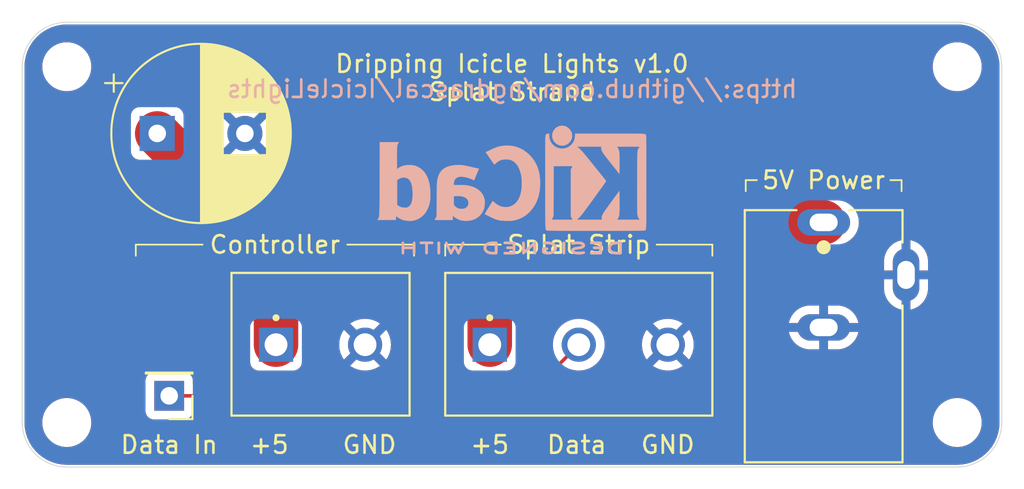
<source format=kicad_pcb>
(kicad_pcb (version 20240108) (generator "pcbnew") (generator_version "8.0")
  (layers (0 "F.Cu" signal) (31 "B.Cu" signal) (34 "B.Paste" user) (35 "F.Paste" user) (36 "B.SilkS" user "B.Silkscreen") (37 "F.SilkS" user "F.Silkscreen") (38 "B.Mask" user) (39 "F.Mask" user) (44 "Edge.Cuts" user))
  (net 0 "")
  (net 1 "/Data")
  (net 2 "+5V")
  (net 3 "GND")
  (footprint "Capacitor_THT:CP_Radial_D10.0mm_P5.00mm" (layer "F.Cu") (at 132.16 95.25)
    (property "Reference" "C1" (hide yes))
    (property "Value" "1000uf" (hide yes))
    (pad "1" thru_hole rect (at 0 0) (size 2 2) (drill 1) (layers "*.Cu" "*.Mask") (net 2 "+5V"))
    (pad "2" thru_hole circle (at 5 0) (size 2 2) (drill 1) (layers "*.Cu" "*.Mask") (net 3 "GND"))
  )
  (footprint "" (layer "F.Cu") (at 127 111.76 90)
    (property "Reference" "" (at -2.54 15.875 90) (layer "F.SilkS") (effects (font (size 1.27 1.27))))
    (property "Value" "")
    (pad "" np_thru_hole circle (at 0 0 90) (size 2.5 2.5) (drill 2.54) (layers "F&B.Cu" "*.Mask"))
  )
  (footprint "MyTerminalBlock:CUI_PJ-102B" (layer "F.Cu") (at 170.18 106.83 -90)
    (property "Reference" "J1" (hide yes))
    (property "Value" "PJ-102B" (hide yes))
    (pad "1" thru_hole oval (at -6.5 0 270) (size 1.508 3.016) (drill oval 1 1.6) (layers "*.Cu" "*.Mask") (net 2 "+5V"))
    (pad "2" thru_hole oval (at -0.5 0 270) (size 1.508 3.016) (drill oval 1 1.6) (layers "*.Cu" "*.Mask") (net 3 "GND"))
    (pad "3" thru_hole oval (at -3.5 -4.7 270) (size 3.016 1.508) (drill oval 1.6 1) (layers "*.Cu" "*.Mask") (net 3 "GND"))
  )
  (footprint "MyTerminalBlock:PHOENIX - TERM BLK 3P SIDE ENT 5.08MM PCB" (layer "F.Cu") (at 148.59 111.365)
    (property "Reference" "J3" (hide yes))
    (property "Value" "Screw_Terminal_01x03" (hide yes))
    (pad "1" thru_hole rect (at 2.54 -4.05) (size 1.95 1.95) (drill 1.3) (layers "*.Cu" "*.Mask") (net 2 "+5V"))
    (pad "2" thru_hole circle (at 7.62 -4.05) (size 1.95 1.95) (drill 1.3) (layers "*.Cu" "*.Mask") (net 1 "/Data"))
    (pad "3" thru_hole circle (at 12.7 -4.05) (size 1.95 1.95) (drill 1.3) (layers "*.Cu" "*.Mask") (net 3 "GND"))
  )
  (footprint "" (layer "F.Cu") (at 127 91.44 90)
    (property "Reference" "" (at 0 0 90) (layer "F.SilkS") (effects (font (size 1.27 1.27))))
    (property "Value" "")
    (pad "" np_thru_hole circle (at 0 0 90) (size 2.5 2.5) (drill 2.54) (layers "F&B.Cu" "*.Mask"))
  )
  (footprint "Connector_PinHeader_2.54mm:PinHeader_1x01_P2.54mm_Vertical" (layer "F.Cu") (at 132.842 110.236 180)
    (property "Reference" "J2" (hide yes))
    (property "Value" "Conn_01x01_Pin" (hide yes))
    (pad "1" thru_hole rect (at 0 0 180) (size 1.7 1.7) (drill 1) (layers "*.Cu" "*.Mask") (net 1 "/Data"))
  )
  (footprint "" (layer "F.Cu") (at 177.8 111.76 90)
    (property "Reference" "" (at 0 0 90) (layer "F.SilkS") (effects (font (size 1.27 1.27))))
    (property "Value" "")
    (pad "" np_thru_hole circle (at 0 0 90) (size 2.5 2.5) (drill 2.54) (layers "F&B.Cu" "*.Mask"))
  )
  (footprint "MyTerminalBlock:PHOENIX - TERM BLK 2P SIDE ENT 5.08MM PCB" (layer "F.Cu") (at 136.397 111.365)
    (property "Reference" "J4" (hide yes))
    (property "Value" "Screw_Terminal_01x02" (hide yes))
    (pad "1" thru_hole rect (at 2.54 -4.05) (size 1.95 1.95) (drill 1.3) (layers "*.Cu" "*.Mask") (net 2 "+5V"))
    (pad "2" thru_hole circle (at 7.62 -4.05) (size 1.95 1.95) (drill 1.3) (layers "*.Cu" "*.Mask") (net 3 "GND"))
  )
  (footprint "" (layer "F.Cu") (at 177.8 91.44 90)
    (property "Reference" "" (at 0 0 90) (layer "F.SilkS") (effects (font (size 1.27 1.27))))
    (property "Value" "")
    (pad "" np_thru_hole circle (at 0 0 90) (size 2.5 2.5) (drill 2.54) (layers "F&B.Cu" "*.Mask"))
  )
  (footprint "Symbol:KiCad-Logo2_6mm_SilkScreen" (layer "B.Cu") (at 152.4 97.79 180)
    (property "Reference" "REF**" (hide yes))
    (property "Value" "KiCad-Logo2_6mm_SilkScreen" (hide yes))
  )
  (gr_line (start 174.625 98.552) (end 174.625 97.917) (stroke (width 0.1)) (layer "F.SilkS"))
  (gr_line (start 148.59 102.235) (end 148.59 101.6) (stroke (width 0.1)) (layer "F.SilkS"))
  (gr_line (start 146.812 101.6) (end 143.002 101.6) (stroke (width 0.1)) (layer "F.SilkS"))
  (gr_line (start 148.59 101.6) (end 151.765 101.6) (stroke (width 0.1)) (layer "F.SilkS"))
  (gr_line (start 174.625 97.917) (end 173.99 97.917) (stroke (width 0.1)) (layer "F.SilkS"))
  (gr_line (start 165.735 97.917) (end 166.37 97.917) (stroke (width 0.1)) (layer "F.SilkS"))
  (gr_line (start 163.83 102.235) (end 163.83 101.6) (stroke (width 0.1)) (layer "F.SilkS"))
  (gr_line (start 146.812 102.235) (end 146.812 101.6) (stroke (width 0.1)) (layer "F.SilkS"))
  (gr_line (start 130.937 101.6) (end 130.937 102.235) (stroke (width 0.1)) (layer "F.SilkS"))
  (gr_line (start 165.735 98.552) (end 165.735 97.917) (stroke (width 0.1)) (layer "F.SilkS"))
  (gr_line (start 130.937 101.6) (end 134.747 101.6) (stroke (width 0.1)) (layer "F.SilkS"))
  (gr_line (start 163.83 101.6) (end 160.655 101.6) (stroke (width 0.1)) (layer "F.SilkS"))
  (gr_arc (start 177.8 88.9) (mid 179.596051 89.643949) (end 180.34 91.44) (stroke (width 0.05)) (layer "Edge.Cuts"))
  (gr_line (start 127 88.9) (end 177.8 88.9) (stroke (width 0.05)) (layer "Edge.Cuts"))
  (gr_arc (start 124.46 91.44) (mid 125.203949 89.643949) (end 127 88.9) (stroke (width 0.05)) (layer "Edge.Cuts"))
  (gr_arc (start 180.34 111.76) (mid 179.596051 113.556051) (end 177.8 114.3) (stroke (width 0.05)) (layer "Edge.Cuts"))
  (gr_arc (start 127 114.3) (mid 125.203949 113.556051) (end 124.46 111.76) (stroke (width 0.05)) (layer "Edge.Cuts"))
  (gr_line (start 124.46 111.76) (end 124.46 91.44) (stroke (width 0.05)) (layer "Edge.Cuts"))
  (gr_line (start 180.34 91.44) (end 180.34 111.76) (stroke (width 0.05)) (layer "Edge.Cuts"))
  (gr_line (start 177.8 114.3) (end 127 114.3) (stroke (width 0.05)) (layer "Edge.Cuts"))
  (gr_text "https://github.com/ngdrascal/IcicleLights" (at 152.4 92.71 0) (layer "B.SilkS") (effects (font (size 1 1)) (justify mirror)))
  (gr_text "+5" (at 138.557 113.03 0) (layer "F.SilkS") (effects (font (size 1 1))))
  (gr_text "Controller" (at 138.8745 101.6 0) (layer "F.SilkS") (effects (font (size 1 1))))
  (gr_text "Data" (at 154.305 113.03 0) (layer "F.SilkS") (effects (font (size 1 1)) (justify left)))
  (gr_text "GND" (at 144.272 113.03 0) (layer "F.SilkS") (effects (font (size 1 1))))
  (gr_text "5V Power" (at 170.18 97.917 0) (layer "F.SilkS") (effects (font (size 1 1))))
  (gr_text "+5" (at 151.13 113.03 0) (layer "F.SilkS") (effects (font (size 1 1))))
  (gr_text "GND" (at 161.29 113.03 0) (layer "F.SilkS") (effects (font (size 1 1))))
  (gr_text "Dripping Icicle Lights v1.0\nSplat Strand" (at 152.4 92.075 0) (layer "F.SilkS") (effects (font (size 1 1))))
  (gr_text "Data In" (at 132.842 113.03 0) (layer "F.SilkS") (effects (font (size 1 1))))
  (gr_text "Splat Strip" (at 156.21 101.6 0) (layer "F.SilkS") (effects (font (size 1 1))))
  (segment (start 156.21 107.315) (end 153.289 110.236) (width 0.2) (layer "F.Cu") (net 1))
  (segment (start 153.289 110.236) (end 132.842 110.236) (width 0.2) (layer "F.Cu") (net 1))
  (segment (start 170.18 100.33) (end 170.815 99.695) (width 0.2) (layer "F.Cu") (net 2))
  (segment (start 138.937 100.331) (end 138.938 100.33) (width 2.54) (layer "F.Cu") (net 2))
  (segment (start 137.24 100.33) (end 132.16 95.25) (width 2.54) (layer "F.Cu") (net 2))
  (segment (start 170.18 100.33) (end 151.13 100.33) (width 2.54) (layer "F.Cu") (net 2))
  (segment (start 151.13 100.33) (end 138.938 100.33) (width 2.54) (layer "F.Cu") (net 2))
  (segment (start 138.938 100.33) (end 137.24 100.33) (width 2.54) (layer "F.Cu") (net 2))
  (segment (start 138.937 107.315) (end 138.937 100.331) (width 2.54) (layer "F.Cu") (net 2))
  (segment (start 151.13 107.315) (end 151.13 100.33) (width 2.54) (layer "F.Cu") (net 2))
  (zone (net 3) (net_name "GND") (layer "F.Cu") (connect_pads (clearance 0.5)) (min_thickness 0.25) (fill yes (thermal_gap 0.5) (thermal_bridge_width 0.5))
    (polygon (pts (xy 123.19 87.63) (xy 181.61 87.63) (xy 181.61 115.57) (xy 123.19 115.57)))
  )
  (zone (net 3) (net_name "GND") (layer "B.Cu") (connect_pads (clearance 0.5)) (min_thickness 0.25) (fill yes (thermal_gap 0.5) (thermal_bridge_width 0.5))
    (polygon (pts (xy 123.19 87.63) (xy 181.61 87.63) (xy 181.61 115.57) (xy 123.19 115.57)))
  )
)
</source>
